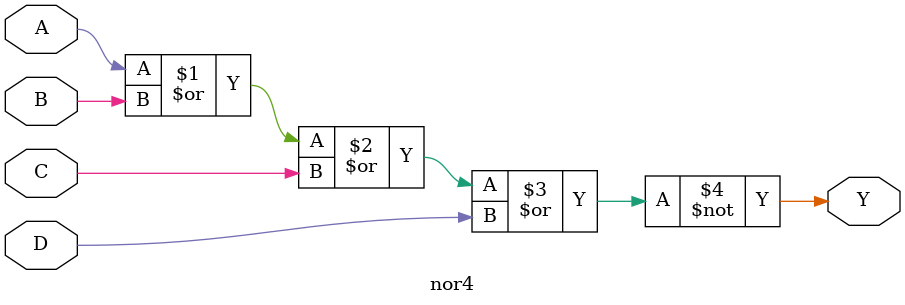
<source format=v>

module nor4 (Y, A, B, C, D);
    output Y;
    input A;
    input B;
    input C;
    input D;

nor (Y, A, B, C, D);

endmodule

</source>
